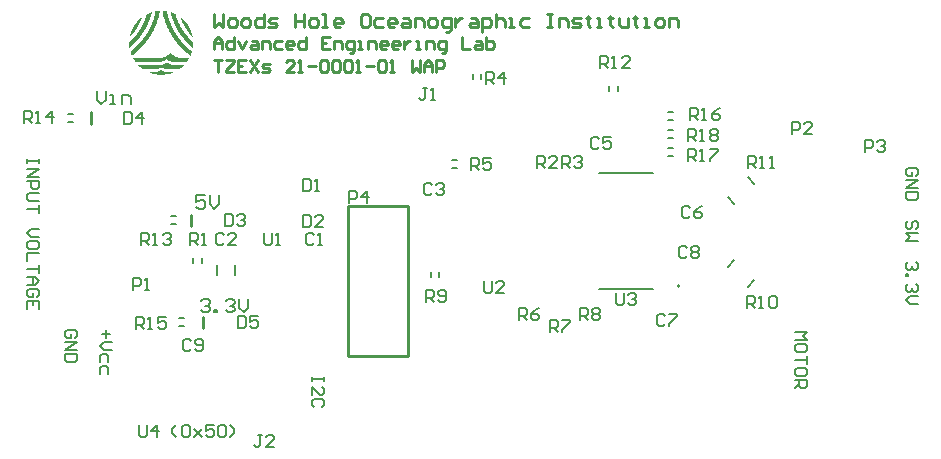
<source format=gto>
G04*
G04 #@! TF.GenerationSoftware,Altium Limited,CircuitStudio,1.5.2 (30)*
G04*
G04 Layer_Color=15065295*
%FSLAX25Y25*%
%MOIN*%
G70*
G01*
G75*
%ADD10C,0.01000*%
%ADD48C,0.00787*%
%ADD49C,0.00500*%
%ADD50C,0.00800*%
G36*
X238861Y532461D02*
X238955D01*
Y532367D01*
X239050D01*
Y532272D01*
X239144D01*
Y532178D01*
X239239D01*
Y532083D01*
X239333D01*
Y531989D01*
X239428D01*
Y531894D01*
X239522D01*
Y531800D01*
X239617D01*
Y531706D01*
X239711D01*
Y531611D01*
X239900D01*
Y531517D01*
X239994D01*
Y531422D01*
X240183D01*
Y531328D01*
X240278D01*
Y531233D01*
X240561D01*
Y531139D01*
X240750D01*
Y531044D01*
X241033D01*
Y530950D01*
X241411D01*
Y530856D01*
X245094D01*
Y530761D01*
Y530667D01*
Y530572D01*
X245000D01*
Y530478D01*
Y530383D01*
X244905D01*
Y530289D01*
X244811D01*
Y530194D01*
Y530100D01*
X244717D01*
Y530006D01*
Y529911D01*
X244622D01*
Y529817D01*
X244528D01*
Y529722D01*
X244433D01*
Y529628D01*
Y529533D01*
X244339D01*
Y529439D01*
X240278D01*
Y529533D01*
X239144D01*
Y529628D01*
X238861D01*
Y529722D01*
X238483D01*
Y529817D01*
X238294D01*
Y529911D01*
X238106D01*
Y530006D01*
X238011D01*
Y530100D01*
X237917D01*
Y530194D01*
X237728D01*
Y530289D01*
Y530383D01*
X237633D01*
Y530478D01*
X237539D01*
Y530383D01*
X237444D01*
Y530289D01*
Y530194D01*
X237256D01*
Y530100D01*
X237161D01*
Y530006D01*
X237067D01*
Y529911D01*
X236878D01*
Y529817D01*
X236689D01*
Y529722D01*
X236405D01*
Y529628D01*
X236122D01*
Y529533D01*
X234894D01*
Y529439D01*
X227150D01*
Y529533D01*
X227056D01*
Y529628D01*
Y529722D01*
X226961D01*
Y529817D01*
X226867D01*
Y529911D01*
Y530006D01*
X226772D01*
Y530100D01*
X226678D01*
Y530194D01*
Y530289D01*
X226583D01*
Y530383D01*
X226489D01*
Y530478D01*
Y530572D01*
X226394D01*
Y530667D01*
Y530761D01*
X226300D01*
Y530856D01*
X236311D01*
Y530950D01*
X236594D01*
Y531044D01*
X236972D01*
Y531139D01*
X237161D01*
Y531233D01*
X237350D01*
Y531328D01*
X237539D01*
Y531422D01*
X237728D01*
Y531517D01*
X237822D01*
Y531611D01*
X237917D01*
Y531706D01*
X238106D01*
Y531800D01*
X238200D01*
Y531894D01*
X238294D01*
Y531989D01*
X238389D01*
Y532083D01*
X238483D01*
Y532178D01*
X238578D01*
Y532272D01*
X238672D01*
Y532367D01*
Y532461D01*
X238767D01*
Y532555D01*
X238861D01*
Y532461D01*
D02*
G37*
G36*
X235367Y546344D02*
Y546250D01*
X235272D01*
Y546156D01*
Y546061D01*
Y545967D01*
Y545872D01*
Y545778D01*
X235178D01*
Y545683D01*
Y545589D01*
Y545494D01*
Y545400D01*
Y545305D01*
X235083D01*
Y545211D01*
Y545117D01*
Y545022D01*
Y544928D01*
X234989D01*
Y544833D01*
Y544739D01*
Y544644D01*
X234894D01*
Y544550D01*
Y544455D01*
Y544361D01*
Y544267D01*
Y544172D01*
X234800D01*
Y544078D01*
Y543983D01*
X234705D01*
Y543889D01*
Y543794D01*
Y543700D01*
Y543606D01*
X234611D01*
Y543511D01*
Y543417D01*
Y543322D01*
X234517D01*
Y543228D01*
Y543133D01*
Y543039D01*
X234422D01*
Y542944D01*
Y542850D01*
Y542756D01*
X234328D01*
Y542661D01*
Y542567D01*
Y542472D01*
X234233D01*
Y542378D01*
Y542283D01*
Y542189D01*
X234139D01*
Y542094D01*
Y542000D01*
X234044D01*
Y541905D01*
Y541811D01*
Y541717D01*
X233950D01*
Y541622D01*
Y541528D01*
X233856D01*
Y541433D01*
Y541339D01*
X233761D01*
Y541244D01*
Y541150D01*
Y541055D01*
X233667D01*
Y540961D01*
Y540867D01*
X233572D01*
Y540772D01*
Y540678D01*
X233478D01*
Y540583D01*
Y540489D01*
X233383D01*
Y540394D01*
Y540300D01*
X233289D01*
Y540205D01*
Y540111D01*
X233194D01*
Y540017D01*
Y539922D01*
X233100D01*
Y539828D01*
Y539733D01*
X233005D01*
Y539639D01*
Y539544D01*
X232911D01*
Y539450D01*
Y539356D01*
X232817D01*
Y539261D01*
X232722D01*
Y539167D01*
Y539072D01*
X232628D01*
Y538978D01*
Y538883D01*
X232533D01*
Y538789D01*
Y538694D01*
X232439D01*
Y538600D01*
X232344D01*
Y538506D01*
Y538411D01*
X232250D01*
Y538317D01*
Y538222D01*
X232155D01*
Y538128D01*
X232061D01*
Y538033D01*
Y537939D01*
X231967D01*
Y537844D01*
X231872D01*
Y537750D01*
Y537655D01*
X231778D01*
Y537561D01*
X231683D01*
Y537467D01*
Y537372D01*
X231589D01*
Y537278D01*
Y537183D01*
X231494D01*
Y537089D01*
X231400D01*
Y536994D01*
X231306D01*
Y536900D01*
Y536805D01*
X231211D01*
Y536711D01*
X231117D01*
Y536617D01*
X231022D01*
Y536522D01*
Y536428D01*
X230928D01*
Y536333D01*
X230833D01*
Y536239D01*
X230739D01*
Y536144D01*
Y536050D01*
X230644D01*
Y535955D01*
X230550D01*
Y535861D01*
X230455D01*
Y535767D01*
X230361D01*
Y535672D01*
Y535578D01*
X230267D01*
Y535483D01*
X230172D01*
Y535389D01*
X230078D01*
Y535294D01*
X229983D01*
Y535200D01*
X229889D01*
Y535106D01*
Y535011D01*
X229794D01*
Y534917D01*
X229700D01*
Y534822D01*
X229606D01*
Y534728D01*
X229511D01*
Y534633D01*
X229417D01*
Y534539D01*
X229322D01*
Y534444D01*
X229228D01*
Y534350D01*
X229133D01*
Y534256D01*
X229039D01*
Y534161D01*
X228944D01*
Y534067D01*
X228850D01*
Y533972D01*
X228755D01*
Y533878D01*
X228661D01*
Y533783D01*
X228567D01*
Y533689D01*
X228472D01*
Y533594D01*
X228378D01*
Y533500D01*
X228283D01*
Y533405D01*
X228189D01*
Y533311D01*
X228094D01*
Y533217D01*
X228000D01*
Y533122D01*
X227906D01*
Y533028D01*
X227811D01*
Y532933D01*
X227717D01*
Y532839D01*
X227622D01*
Y532744D01*
X227433D01*
Y532650D01*
X227339D01*
Y532555D01*
X227244D01*
Y532461D01*
X227150D01*
Y532367D01*
X227056D01*
Y532272D01*
X226867D01*
Y532178D01*
X226772D01*
Y532083D01*
X226678D01*
Y531989D01*
X226583D01*
Y531894D01*
X226394D01*
Y531800D01*
X226300D01*
Y531706D01*
X226205D01*
Y531611D01*
X226111D01*
Y531517D01*
X225922D01*
Y531611D01*
Y531706D01*
X225828D01*
Y531800D01*
Y531894D01*
Y531989D01*
X225733D01*
Y532083D01*
Y532178D01*
X225639D01*
Y532272D01*
Y532367D01*
Y532461D01*
Y532555D01*
X225544D01*
Y532650D01*
Y532744D01*
X225450D01*
Y532839D01*
Y532933D01*
X225544D01*
Y533028D01*
X225639D01*
Y533122D01*
X225828D01*
Y533217D01*
X225922D01*
Y533311D01*
X226017D01*
Y533405D01*
X226205D01*
Y533500D01*
X226300D01*
Y533594D01*
X226394D01*
Y533689D01*
X226489D01*
Y533783D01*
X226583D01*
Y533878D01*
X226678D01*
Y533972D01*
X226772D01*
Y534067D01*
X226961D01*
Y534161D01*
X227056D01*
Y534256D01*
X227150D01*
Y534350D01*
X227244D01*
Y534444D01*
X227339D01*
Y534539D01*
X227433D01*
Y534633D01*
X227528D01*
Y534728D01*
X227622D01*
Y534822D01*
X227717D01*
Y534917D01*
X227811D01*
Y535011D01*
X227906D01*
Y535106D01*
X228000D01*
Y535200D01*
X228094D01*
Y535294D01*
X228189D01*
Y535389D01*
X228283D01*
Y535483D01*
X228378D01*
Y535578D01*
X228472D01*
Y535672D01*
Y535767D01*
X228661D01*
Y535861D01*
Y535955D01*
X228755D01*
Y536050D01*
X228850D01*
Y536144D01*
X228944D01*
Y536239D01*
X229039D01*
Y536333D01*
X229133D01*
Y536428D01*
X229228D01*
Y536522D01*
Y536617D01*
X229322D01*
Y536711D01*
X229417D01*
Y536805D01*
X229511D01*
Y536900D01*
X229606D01*
Y536994D01*
Y537089D01*
X229700D01*
Y537183D01*
X229794D01*
Y537278D01*
X229889D01*
Y537372D01*
Y537467D01*
X229983D01*
Y537561D01*
X230078D01*
Y537655D01*
X230172D01*
Y537750D01*
Y537844D01*
X230267D01*
Y537939D01*
X230361D01*
Y538033D01*
Y538128D01*
X230455D01*
Y538222D01*
X230550D01*
Y538317D01*
Y538411D01*
X230644D01*
Y538506D01*
X230739D01*
Y538600D01*
Y538694D01*
X230833D01*
Y538789D01*
X230928D01*
Y538883D01*
Y538978D01*
X231022D01*
Y539072D01*
Y539167D01*
X231117D01*
Y539261D01*
X231211D01*
Y539356D01*
Y539450D01*
X231306D01*
Y539544D01*
Y539639D01*
X231400D01*
Y539733D01*
X231494D01*
Y539828D01*
Y539922D01*
X231589D01*
Y540017D01*
Y540111D01*
X231683D01*
Y540205D01*
Y540300D01*
X231778D01*
Y540394D01*
Y540489D01*
X231872D01*
Y540583D01*
Y540678D01*
X231967D01*
Y540772D01*
Y540867D01*
X232061D01*
Y540961D01*
Y541055D01*
X232155D01*
Y541150D01*
Y541244D01*
X232250D01*
Y541339D01*
Y541433D01*
X232344D01*
Y541528D01*
Y541622D01*
Y541717D01*
X232439D01*
Y541811D01*
X232533D01*
Y541905D01*
Y542000D01*
Y542094D01*
X232628D01*
Y542189D01*
Y542283D01*
X232722D01*
Y542378D01*
Y542472D01*
Y542567D01*
X232817D01*
Y542661D01*
Y542756D01*
Y542850D01*
X232911D01*
Y542944D01*
Y543039D01*
X233005D01*
Y543133D01*
Y543228D01*
Y543322D01*
X233100D01*
Y543417D01*
Y543511D01*
X233194D01*
Y543606D01*
Y543700D01*
Y543794D01*
Y543889D01*
X233289D01*
Y543983D01*
Y544078D01*
Y544172D01*
X233383D01*
Y544267D01*
Y544361D01*
Y544455D01*
X233478D01*
Y544550D01*
Y544644D01*
Y544739D01*
Y544833D01*
Y544928D01*
X233572D01*
Y545022D01*
Y545117D01*
Y545211D01*
X233667D01*
Y545305D01*
Y545400D01*
Y545494D01*
Y545589D01*
Y545683D01*
X233761D01*
Y545778D01*
Y545872D01*
Y545967D01*
X233856D01*
Y546061D01*
Y546156D01*
Y546250D01*
Y546344D01*
X234139D01*
Y546439D01*
X235367D01*
Y546344D01*
D02*
G37*
G36*
X235933Y526606D02*
X236028D01*
Y526511D01*
X236311D01*
Y526417D01*
X236500D01*
Y526322D01*
X236689D01*
Y526228D01*
X237161D01*
Y526133D01*
X237539D01*
Y526039D01*
X238861D01*
Y525944D01*
X239617D01*
Y525850D01*
X239428D01*
Y525756D01*
X239239D01*
Y525661D01*
X238861D01*
Y525567D01*
X238578D01*
Y525472D01*
X238200D01*
Y525378D01*
X237633D01*
Y525283D01*
X237161D01*
Y525189D01*
X234328D01*
Y525283D01*
X233856D01*
Y525378D01*
X233289D01*
Y525472D01*
X232911D01*
Y525567D01*
X232628D01*
Y525661D01*
X232250D01*
Y525756D01*
X232061D01*
Y525850D01*
X231872D01*
Y525944D01*
X232628D01*
Y526039D01*
X233950D01*
Y526133D01*
X234328D01*
Y526228D01*
X234800D01*
Y526322D01*
X234989D01*
Y526417D01*
X235178D01*
Y526511D01*
X235461D01*
Y526606D01*
X235556D01*
Y526700D01*
X235933D01*
Y526606D01*
D02*
G37*
G36*
X237728Y529250D02*
Y529155D01*
X237917D01*
Y529061D01*
X238011D01*
Y528967D01*
X238200D01*
Y528872D01*
X238389D01*
Y528778D01*
X238578D01*
Y528683D01*
X238861D01*
Y528589D01*
X239239D01*
Y528494D01*
X239617D01*
Y528400D01*
X243205D01*
Y528305D01*
X243300D01*
Y528211D01*
X243205D01*
Y528117D01*
X243111D01*
Y528022D01*
X242922D01*
Y527928D01*
Y527833D01*
X242733D01*
Y527739D01*
X242639D01*
Y527644D01*
X242544D01*
Y527550D01*
X242450D01*
Y527456D01*
X242355D01*
Y527361D01*
X242167D01*
Y527267D01*
X242072D01*
Y527172D01*
X241883D01*
Y527078D01*
X241789D01*
Y526983D01*
X237822D01*
Y527078D01*
X237350D01*
Y527172D01*
X236783D01*
Y527267D01*
X236594D01*
Y527361D01*
X236311D01*
Y527456D01*
X236122D01*
Y527550D01*
X235839D01*
Y527644D01*
X235556D01*
Y527550D01*
X235367D01*
Y527456D01*
X235178D01*
Y527361D01*
X234894D01*
Y527267D01*
X234705D01*
Y527172D01*
X234139D01*
Y527078D01*
X233667D01*
Y526983D01*
X229700D01*
Y527078D01*
X229511D01*
Y527172D01*
X229417D01*
Y527267D01*
X229322D01*
Y527361D01*
X229133D01*
Y527456D01*
X229039D01*
Y527550D01*
X228944D01*
Y527644D01*
X228850D01*
Y527739D01*
X228755D01*
Y527833D01*
X228567D01*
Y527928D01*
X228472D01*
Y528022D01*
X228378D01*
Y528117D01*
X228283D01*
Y528211D01*
X228189D01*
Y528305D01*
Y528400D01*
X235556D01*
Y528494D01*
X235933D01*
Y528589D01*
X236311D01*
Y528683D01*
X236594D01*
Y528778D01*
X236783D01*
Y528872D01*
X236972D01*
Y528967D01*
X237161D01*
Y529061D01*
X237256D01*
Y529155D01*
X237350D01*
Y529250D01*
X237539D01*
Y529344D01*
X237728D01*
Y529250D01*
D02*
G37*
G36*
X237350Y546344D02*
X237633D01*
Y546250D01*
Y546156D01*
Y546061D01*
X237728D01*
Y545967D01*
Y545872D01*
Y545778D01*
Y545683D01*
Y545589D01*
Y545494D01*
X237822D01*
Y545400D01*
Y545305D01*
X237917D01*
Y545211D01*
Y545117D01*
Y545022D01*
Y544928D01*
Y544833D01*
X238011D01*
Y544739D01*
Y544644D01*
Y544550D01*
X238106D01*
Y544455D01*
Y544361D01*
Y544267D01*
Y544172D01*
X238200D01*
Y544078D01*
Y543983D01*
Y543889D01*
X238294D01*
Y543794D01*
Y543700D01*
Y543606D01*
X238389D01*
Y543511D01*
Y543417D01*
Y543322D01*
X238483D01*
Y543228D01*
Y543133D01*
X238578D01*
Y543039D01*
Y542944D01*
Y542850D01*
Y542756D01*
X238672D01*
Y542661D01*
Y542567D01*
X238767D01*
Y542472D01*
Y542378D01*
Y542283D01*
X238861D01*
Y542189D01*
Y542094D01*
X238955D01*
Y542000D01*
Y541905D01*
X239050D01*
Y541811D01*
Y541717D01*
Y541622D01*
X239144D01*
Y541528D01*
Y541433D01*
X239239D01*
Y541339D01*
Y541244D01*
X239333D01*
Y541150D01*
Y541055D01*
X239428D01*
Y540961D01*
Y540867D01*
X239522D01*
Y540772D01*
Y540678D01*
X239617D01*
Y540583D01*
Y540489D01*
X239711D01*
Y540394D01*
Y540300D01*
X239806D01*
Y540205D01*
Y540111D01*
X239900D01*
Y540017D01*
Y539922D01*
X239994D01*
Y539828D01*
X240089D01*
Y539733D01*
Y539639D01*
X240183D01*
Y539544D01*
Y539450D01*
X240278D01*
Y539356D01*
Y539261D01*
X240372D01*
Y539167D01*
Y539072D01*
X240467D01*
Y538978D01*
X240561D01*
Y538883D01*
Y538789D01*
X240655D01*
Y538694D01*
X240750D01*
Y538600D01*
Y538506D01*
X240844D01*
Y538411D01*
X240939D01*
Y538317D01*
Y538222D01*
X241033D01*
Y538128D01*
X241128D01*
Y538033D01*
Y537939D01*
X241222D01*
Y537844D01*
X241317D01*
Y537750D01*
X241411D01*
Y537655D01*
Y537561D01*
X241506D01*
Y537467D01*
X241600D01*
Y537372D01*
Y537278D01*
X241694D01*
Y537183D01*
X241789D01*
Y537089D01*
X241883D01*
Y536994D01*
Y536900D01*
X241978D01*
Y536805D01*
X242072D01*
Y536711D01*
X242167D01*
Y536617D01*
X242261D01*
Y536522D01*
Y536428D01*
X242355D01*
Y536333D01*
X242450D01*
Y536239D01*
X242544D01*
Y536144D01*
X242639D01*
Y536050D01*
X242733D01*
Y535955D01*
X242828D01*
Y535861D01*
X242922D01*
Y535767D01*
Y535672D01*
X243017D01*
Y535578D01*
X243111D01*
Y535483D01*
X243205D01*
Y535389D01*
X243300D01*
Y535294D01*
X243394D01*
Y535200D01*
X243489D01*
Y535106D01*
X243583D01*
Y535011D01*
X243678D01*
Y534917D01*
X243772D01*
Y534822D01*
X243867D01*
Y534728D01*
X243961D01*
Y534633D01*
X244056D01*
Y534539D01*
X244150D01*
Y534444D01*
X244244D01*
Y534350D01*
X244339D01*
Y534256D01*
X244433D01*
Y534161D01*
X244528D01*
Y534067D01*
X244717D01*
Y533972D01*
X244811D01*
Y533878D01*
X244905D01*
Y533783D01*
X245000D01*
Y533689D01*
X245094D01*
Y533594D01*
X245283D01*
Y533500D01*
Y533405D01*
X245472D01*
Y533311D01*
X245567D01*
Y533217D01*
X245661D01*
Y533122D01*
X245756D01*
Y533028D01*
X245944D01*
Y532933D01*
X246039D01*
Y532839D01*
X245944D01*
Y532744D01*
Y532650D01*
Y532555D01*
Y532461D01*
X245850D01*
Y532367D01*
Y532272D01*
X245756D01*
Y532178D01*
Y532083D01*
Y531989D01*
X245661D01*
Y531894D01*
Y531800D01*
X245567D01*
Y531706D01*
Y531611D01*
Y531517D01*
X245378D01*
Y531611D01*
X245283D01*
Y531706D01*
X245189D01*
Y531800D01*
X245094D01*
Y531894D01*
X244905D01*
Y531989D01*
X244811D01*
Y532083D01*
X244717D01*
Y532178D01*
X244622D01*
Y532272D01*
X244433D01*
Y532367D01*
X244339D01*
Y532461D01*
X244244D01*
Y532555D01*
X244150D01*
Y532650D01*
X244056D01*
Y532744D01*
X243867D01*
Y532839D01*
X243772D01*
Y532933D01*
X243678D01*
Y533028D01*
X243583D01*
Y533122D01*
X243489D01*
Y533217D01*
X243394D01*
Y533311D01*
X243300D01*
Y533405D01*
X243205D01*
Y533500D01*
X243111D01*
Y533594D01*
X243017D01*
Y533689D01*
X242922D01*
Y533783D01*
X242828D01*
Y533878D01*
X242733D01*
Y533972D01*
X242639D01*
Y534067D01*
X242544D01*
Y534161D01*
X242450D01*
Y534256D01*
X242355D01*
Y534350D01*
X242261D01*
Y534444D01*
X242167D01*
Y534539D01*
X242072D01*
Y534633D01*
X241978D01*
Y534728D01*
X241883D01*
Y534822D01*
X241789D01*
Y534917D01*
X241694D01*
Y535011D01*
X241600D01*
Y535106D01*
Y535200D01*
X241506D01*
Y535294D01*
X241411D01*
Y535389D01*
X241317D01*
Y535483D01*
X241222D01*
Y535578D01*
X241128D01*
Y535672D01*
X241033D01*
Y535767D01*
Y535861D01*
X240939D01*
Y535955D01*
X240844D01*
Y536050D01*
X240750D01*
Y536144D01*
Y536239D01*
X240655D01*
Y536333D01*
X240561D01*
Y536428D01*
X240467D01*
Y536522D01*
X240372D01*
Y536617D01*
Y536711D01*
X240278D01*
Y536805D01*
X240183D01*
Y536900D01*
Y536994D01*
X240089D01*
Y537089D01*
X239994D01*
Y537183D01*
X239900D01*
Y537278D01*
Y537372D01*
X239806D01*
Y537467D01*
X239711D01*
Y537561D01*
Y537655D01*
X239617D01*
Y537750D01*
X239522D01*
Y537844D01*
Y537939D01*
X239428D01*
Y538033D01*
Y538128D01*
X239333D01*
Y538222D01*
X239239D01*
Y538317D01*
Y538411D01*
X239144D01*
Y538506D01*
X239050D01*
Y538600D01*
Y538694D01*
X238955D01*
Y538789D01*
Y538883D01*
X238861D01*
Y538978D01*
Y539072D01*
X238767D01*
Y539167D01*
X238672D01*
Y539261D01*
Y539356D01*
X238578D01*
Y539450D01*
Y539544D01*
X238483D01*
Y539639D01*
Y539733D01*
X238389D01*
Y539828D01*
Y539922D01*
X238294D01*
Y540017D01*
Y540111D01*
X238200D01*
Y540205D01*
Y540300D01*
X238106D01*
Y540394D01*
Y540489D01*
X238011D01*
Y540583D01*
Y540678D01*
X237917D01*
Y540772D01*
Y540867D01*
X237822D01*
Y540961D01*
Y541055D01*
X237728D01*
Y541150D01*
Y541244D01*
Y541339D01*
X237633D01*
Y541433D01*
Y541528D01*
X237539D01*
Y541622D01*
Y541717D01*
Y541811D01*
X237444D01*
Y541905D01*
Y542000D01*
X237350D01*
Y542094D01*
Y542189D01*
Y542283D01*
X237256D01*
Y542378D01*
Y542472D01*
X237161D01*
Y542567D01*
Y542661D01*
Y542756D01*
X237067D01*
Y542850D01*
Y542944D01*
Y543039D01*
X236972D01*
Y543133D01*
Y543228D01*
Y543322D01*
X236878D01*
Y543417D01*
Y543511D01*
Y543606D01*
Y543700D01*
X236783D01*
Y543794D01*
Y543889D01*
X236689D01*
Y543983D01*
Y544078D01*
Y544172D01*
Y544267D01*
X236594D01*
Y544361D01*
Y544455D01*
Y544550D01*
X236500D01*
Y544644D01*
Y544739D01*
Y544833D01*
Y544928D01*
X236405D01*
Y545022D01*
Y545117D01*
Y545211D01*
Y545305D01*
X236311D01*
Y545400D01*
Y545494D01*
Y545589D01*
Y545683D01*
Y545778D01*
X236217D01*
Y545872D01*
Y545967D01*
Y546061D01*
Y546156D01*
Y546250D01*
Y546344D01*
X236122D01*
Y546439D01*
X237350D01*
Y546344D01*
D02*
G37*
G36*
X242355Y544172D02*
X242450D01*
Y544078D01*
X242544D01*
Y543983D01*
X242733D01*
Y543889D01*
X242828D01*
Y543794D01*
X242922D01*
Y543700D01*
X243017D01*
Y543606D01*
X243111D01*
Y543511D01*
X243205D01*
Y543417D01*
X243300D01*
Y543322D01*
X243394D01*
Y543228D01*
X243489D01*
Y543133D01*
X243583D01*
Y543039D01*
X243678D01*
Y542944D01*
X243772D01*
Y542850D01*
Y542756D01*
X243867D01*
Y542661D01*
X243961D01*
Y542567D01*
X244056D01*
Y542472D01*
X244150D01*
Y542378D01*
X244244D01*
Y542283D01*
Y542189D01*
X244339D01*
Y542094D01*
X244433D01*
Y542000D01*
X244528D01*
Y541905D01*
Y541811D01*
X244622D01*
Y541717D01*
X244717D01*
Y541622D01*
Y541528D01*
X244811D01*
Y541433D01*
X244905D01*
Y541339D01*
Y541244D01*
X245000D01*
Y541150D01*
Y541055D01*
X245094D01*
Y540961D01*
Y540867D01*
X245189D01*
Y540772D01*
X245283D01*
Y540678D01*
Y540583D01*
Y540489D01*
X245378D01*
Y540394D01*
X245472D01*
Y540300D01*
Y540205D01*
Y540111D01*
X245567D01*
Y540017D01*
Y539922D01*
X245661D01*
Y539828D01*
Y539733D01*
X245756D01*
Y539639D01*
Y539544D01*
Y539450D01*
Y539356D01*
X245850D01*
Y539261D01*
Y539167D01*
X245944D01*
Y539072D01*
Y538978D01*
Y538883D01*
Y538789D01*
X246039D01*
Y538694D01*
Y538600D01*
X246133D01*
Y538506D01*
Y538411D01*
Y538317D01*
Y538222D01*
Y538128D01*
X246228D01*
Y538033D01*
Y537939D01*
Y537844D01*
X246133D01*
Y537939D01*
X246039D01*
Y538033D01*
X245944D01*
Y538128D01*
X245850D01*
Y538222D01*
X245756D01*
Y538317D01*
X245661D01*
Y538411D01*
X245567D01*
Y538506D01*
Y538600D01*
X245472D01*
Y538694D01*
X245378D01*
Y538789D01*
X245283D01*
Y538883D01*
X245189D01*
Y538978D01*
X245094D01*
Y539072D01*
X245000D01*
Y539167D01*
Y539261D01*
X244905D01*
Y539356D01*
X244811D01*
Y539450D01*
X244717D01*
Y539544D01*
Y539639D01*
X244622D01*
Y539733D01*
X244528D01*
Y539828D01*
X244433D01*
Y539922D01*
Y540017D01*
X244339D01*
Y540111D01*
X244244D01*
Y540205D01*
Y540300D01*
X244150D01*
Y540394D01*
X244056D01*
Y540489D01*
Y540583D01*
X243961D01*
Y540678D01*
X243867D01*
Y540772D01*
Y540867D01*
X243772D01*
Y540961D01*
X243678D01*
Y541055D01*
Y541150D01*
X243583D01*
Y541244D01*
Y541339D01*
X243489D01*
Y541433D01*
X243394D01*
Y541528D01*
Y541622D01*
X243300D01*
Y541717D01*
Y541811D01*
X243205D01*
Y541905D01*
Y542000D01*
X243111D01*
Y542094D01*
X243017D01*
Y542189D01*
Y542283D01*
X242922D01*
Y542378D01*
Y542472D01*
Y542567D01*
X242828D01*
Y542661D01*
X242733D01*
Y542756D01*
Y542850D01*
Y542944D01*
X242639D01*
Y543039D01*
Y543133D01*
X242544D01*
Y543228D01*
Y543322D01*
X242450D01*
Y543417D01*
Y543511D01*
X242355D01*
Y543606D01*
Y543700D01*
Y543794D01*
X242261D01*
Y543889D01*
Y543983D01*
Y544078D01*
X242167D01*
Y544172D01*
Y544267D01*
X242355D01*
Y544172D01*
D02*
G37*
G36*
X229322D02*
Y544078D01*
Y543983D01*
X229228D01*
Y543889D01*
Y543794D01*
Y543700D01*
X229133D01*
Y543606D01*
X229039D01*
Y543511D01*
Y543417D01*
Y543322D01*
X228944D01*
Y543228D01*
Y543133D01*
X228850D01*
Y543039D01*
Y542944D01*
Y542850D01*
X228755D01*
Y542756D01*
X228661D01*
Y542661D01*
Y542567D01*
Y542472D01*
X228567D01*
Y542378D01*
Y542283D01*
X228472D01*
Y542189D01*
Y542094D01*
X228378D01*
Y542000D01*
Y541905D01*
X228283D01*
Y541811D01*
X228189D01*
Y541717D01*
Y541622D01*
X228094D01*
Y541528D01*
Y541433D01*
X228000D01*
Y541339D01*
Y541244D01*
X227906D01*
Y541150D01*
X227811D01*
Y541055D01*
Y540961D01*
X227717D01*
Y540867D01*
X227622D01*
Y540772D01*
Y540678D01*
X227528D01*
Y540583D01*
Y540489D01*
X227433D01*
Y540394D01*
X227339D01*
Y540300D01*
Y540205D01*
X227244D01*
Y540111D01*
X227150D01*
Y540017D01*
X227056D01*
Y539922D01*
Y539828D01*
X226961D01*
Y539733D01*
X226867D01*
Y539639D01*
Y539544D01*
X226772D01*
Y539450D01*
X226678D01*
Y539356D01*
X226583D01*
Y539261D01*
X226489D01*
Y539167D01*
Y539072D01*
X226394D01*
Y538978D01*
X226300D01*
Y538883D01*
X226205D01*
Y538789D01*
X226111D01*
Y538694D01*
X226017D01*
Y538600D01*
Y538506D01*
X225922D01*
Y538411D01*
X225828D01*
Y538317D01*
X225733D01*
Y538222D01*
X225639D01*
Y538128D01*
X225544D01*
Y538033D01*
X225450D01*
Y537939D01*
X225261D01*
Y538033D01*
X225356D01*
Y538128D01*
Y538222D01*
Y538317D01*
Y538411D01*
Y538506D01*
X225450D01*
Y538600D01*
Y538694D01*
Y538789D01*
Y538883D01*
X225544D01*
Y538978D01*
Y539072D01*
Y539167D01*
X225639D01*
Y539261D01*
Y539356D01*
Y539450D01*
X225733D01*
Y539544D01*
Y539639D01*
X225828D01*
Y539733D01*
Y539828D01*
Y539922D01*
X225922D01*
Y540017D01*
Y540111D01*
X226017D01*
Y540205D01*
Y540300D01*
X226111D01*
Y540394D01*
Y540489D01*
Y540583D01*
X226205D01*
Y540678D01*
X226300D01*
Y540772D01*
Y540867D01*
Y540961D01*
X226394D01*
Y541055D01*
X226489D01*
Y541150D01*
Y541244D01*
X226583D01*
Y541339D01*
X226678D01*
Y541433D01*
Y541528D01*
X226772D01*
Y541622D01*
Y541717D01*
X226867D01*
Y541811D01*
X226961D01*
Y541905D01*
Y542000D01*
X227056D01*
Y542094D01*
X227150D01*
Y542189D01*
X227244D01*
Y542283D01*
X227339D01*
Y542378D01*
Y542472D01*
X227433D01*
Y542567D01*
X227528D01*
Y542661D01*
X227622D01*
Y542756D01*
X227717D01*
Y542850D01*
Y542944D01*
X227811D01*
Y543039D01*
X227906D01*
Y543133D01*
X228000D01*
Y543228D01*
X228094D01*
Y543322D01*
X228189D01*
Y543417D01*
X228283D01*
Y543511D01*
X228378D01*
Y543606D01*
X228472D01*
Y543700D01*
X228567D01*
Y543794D01*
X228661D01*
Y543889D01*
X228850D01*
Y543983D01*
X228944D01*
Y544078D01*
X229039D01*
Y544172D01*
X229133D01*
Y544267D01*
X229322D01*
Y544172D01*
D02*
G37*
G36*
X232533Y545872D02*
Y545778D01*
Y545683D01*
Y545589D01*
Y545494D01*
X232439D01*
Y545400D01*
Y545305D01*
Y545211D01*
X232344D01*
Y545117D01*
Y545022D01*
Y544928D01*
Y544833D01*
X232250D01*
Y544739D01*
Y544644D01*
Y544550D01*
Y544455D01*
X232155D01*
Y544361D01*
Y544267D01*
X232061D01*
Y544172D01*
Y544078D01*
Y543983D01*
Y543889D01*
X231967D01*
Y543794D01*
Y543700D01*
X231872D01*
Y543606D01*
Y543511D01*
Y543417D01*
X231778D01*
Y543322D01*
Y543228D01*
X231683D01*
Y543133D01*
Y543039D01*
Y542944D01*
X231589D01*
Y542850D01*
Y542756D01*
X231494D01*
Y542661D01*
Y542567D01*
Y542472D01*
X231400D01*
Y542378D01*
Y542283D01*
Y542189D01*
X231306D01*
Y542094D01*
Y542000D01*
X231211D01*
Y541905D01*
Y541811D01*
X231117D01*
Y541717D01*
Y541622D01*
X231022D01*
Y541528D01*
Y541433D01*
X230928D01*
Y541339D01*
Y541244D01*
X230833D01*
Y541150D01*
Y541055D01*
X230739D01*
Y540961D01*
Y540867D01*
X230644D01*
Y540772D01*
Y540678D01*
X230550D01*
Y540583D01*
Y540489D01*
X230455D01*
Y540394D01*
X230361D01*
Y540300D01*
Y540205D01*
X230267D01*
Y540111D01*
Y540017D01*
X230172D01*
Y539922D01*
Y539828D01*
X230078D01*
Y539733D01*
X229983D01*
Y539639D01*
Y539544D01*
X229889D01*
Y539450D01*
Y539356D01*
X229794D01*
Y539261D01*
X229700D01*
Y539167D01*
Y539072D01*
X229606D01*
Y538978D01*
X229511D01*
Y538883D01*
Y538789D01*
X229417D01*
Y538694D01*
X229322D01*
Y538600D01*
Y538506D01*
X229228D01*
Y538411D01*
X229133D01*
Y538317D01*
X229039D01*
Y538222D01*
Y538128D01*
X228944D01*
Y538033D01*
X228850D01*
Y537939D01*
X228755D01*
Y537844D01*
Y537750D01*
X228661D01*
Y537655D01*
X228567D01*
Y537561D01*
X228472D01*
Y537467D01*
X228378D01*
Y537372D01*
Y537278D01*
X228283D01*
Y537183D01*
X228189D01*
Y537089D01*
X228094D01*
Y536994D01*
X228000D01*
Y536900D01*
X227906D01*
Y536805D01*
Y536711D01*
X227811D01*
Y536617D01*
X227717D01*
Y536522D01*
X227622D01*
Y536428D01*
X227528D01*
Y536333D01*
X227433D01*
Y536239D01*
X227339D01*
Y536144D01*
X227244D01*
Y536050D01*
X227150D01*
Y535955D01*
X227056D01*
Y535861D01*
X226961D01*
Y535767D01*
X226867D01*
Y535672D01*
X226772D01*
Y535578D01*
X226678D01*
Y535483D01*
X226583D01*
Y535389D01*
X226489D01*
Y535294D01*
X226394D01*
Y535200D01*
X226300D01*
Y535106D01*
X226205D01*
Y535011D01*
X226111D01*
Y534917D01*
X226017D01*
Y534822D01*
X225922D01*
Y534728D01*
X225733D01*
Y534633D01*
X225639D01*
Y534539D01*
X225544D01*
Y534444D01*
X225450D01*
Y534350D01*
X225356D01*
Y534256D01*
X225167D01*
Y534350D01*
Y534444D01*
Y534539D01*
Y534633D01*
Y534728D01*
Y534822D01*
Y534917D01*
Y535011D01*
Y535106D01*
Y535200D01*
Y535294D01*
Y535389D01*
Y535483D01*
Y535578D01*
Y535672D01*
Y535767D01*
Y535861D01*
Y535955D01*
Y536050D01*
X225261D01*
Y536144D01*
X225356D01*
Y536239D01*
X225450D01*
Y536333D01*
X225544D01*
Y536428D01*
X225639D01*
Y536522D01*
X225733D01*
Y536617D01*
X225828D01*
Y536711D01*
X225922D01*
Y536805D01*
X226017D01*
Y536900D01*
X226111D01*
Y536994D01*
X226205D01*
Y537089D01*
X226300D01*
Y537183D01*
X226394D01*
Y537278D01*
X226489D01*
Y537372D01*
Y537467D01*
X226678D01*
Y537561D01*
Y537655D01*
X226772D01*
Y537750D01*
X226867D01*
Y537844D01*
X226961D01*
Y537939D01*
X227056D01*
Y538033D01*
X227150D01*
Y538128D01*
Y538222D01*
X227244D01*
Y538317D01*
X227339D01*
Y538411D01*
X227433D01*
Y538506D01*
X227528D01*
Y538600D01*
Y538694D01*
X227622D01*
Y538789D01*
X227717D01*
Y538883D01*
X227811D01*
Y538978D01*
Y539072D01*
X227906D01*
Y539167D01*
X228000D01*
Y539261D01*
X228094D01*
Y539356D01*
Y539450D01*
X228189D01*
Y539544D01*
X228283D01*
Y539639D01*
Y539733D01*
X228378D01*
Y539828D01*
X228472D01*
Y539922D01*
Y540017D01*
X228567D01*
Y540111D01*
X228661D01*
Y540205D01*
Y540300D01*
X228755D01*
Y540394D01*
X228850D01*
Y540489D01*
Y540583D01*
X228944D01*
Y540678D01*
Y540772D01*
X229039D01*
Y540867D01*
X229133D01*
Y540961D01*
Y541055D01*
X229228D01*
Y541150D01*
Y541244D01*
X229322D01*
Y541339D01*
Y541433D01*
X229417D01*
Y541528D01*
X229511D01*
Y541622D01*
Y541717D01*
Y541811D01*
X229606D01*
Y541905D01*
X229700D01*
Y542000D01*
Y542094D01*
Y542189D01*
X229794D01*
Y542283D01*
Y542378D01*
X229889D01*
Y542472D01*
Y542567D01*
X229983D01*
Y542661D01*
Y542756D01*
X230078D01*
Y542850D01*
Y542944D01*
X230172D01*
Y543039D01*
Y543133D01*
Y543228D01*
X230267D01*
Y543322D01*
Y543417D01*
X230361D01*
Y543511D01*
Y543606D01*
Y543700D01*
X230455D01*
Y543794D01*
Y543889D01*
Y543983D01*
X230550D01*
Y544078D01*
Y544172D01*
X230644D01*
Y544267D01*
Y544361D01*
Y544455D01*
Y544550D01*
X230739D01*
Y544644D01*
Y544739D01*
X230833D01*
Y544833D01*
Y544928D01*
Y545022D01*
Y545117D01*
X230928D01*
Y545211D01*
Y545305D01*
Y545400D01*
X231117D01*
Y545494D01*
X231306D01*
Y545589D01*
X231589D01*
Y545683D01*
X231778D01*
Y545778D01*
X232061D01*
Y545872D01*
X232250D01*
Y545967D01*
X232533D01*
Y545872D01*
D02*
G37*
G36*
X239239D02*
X239428D01*
Y545778D01*
X239711D01*
Y545683D01*
X239900D01*
Y545589D01*
X240183D01*
Y545494D01*
X240372D01*
Y545400D01*
X240561D01*
Y545305D01*
Y545211D01*
Y545117D01*
Y545022D01*
X240655D01*
Y544928D01*
Y544833D01*
X240750D01*
Y544739D01*
Y544644D01*
Y544550D01*
Y544455D01*
X240844D01*
Y544361D01*
Y544267D01*
X240939D01*
Y544172D01*
Y544078D01*
Y543983D01*
X241033D01*
Y543889D01*
Y543794D01*
Y543700D01*
X241128D01*
Y543606D01*
Y543511D01*
X241222D01*
Y543417D01*
Y543322D01*
Y543228D01*
X241317D01*
Y543133D01*
Y543039D01*
X241411D01*
Y542944D01*
Y542850D01*
Y542756D01*
X241506D01*
Y542661D01*
Y542567D01*
X241600D01*
Y542472D01*
Y542378D01*
X241694D01*
Y542283D01*
Y542189D01*
X241789D01*
Y542094D01*
Y542000D01*
X241883D01*
Y541905D01*
Y541811D01*
Y541717D01*
X241978D01*
Y541622D01*
X242072D01*
Y541528D01*
Y541433D01*
X242167D01*
Y541339D01*
Y541244D01*
X242261D01*
Y541150D01*
Y541055D01*
X242355D01*
Y540961D01*
X242450D01*
Y540867D01*
Y540772D01*
X242544D01*
Y540678D01*
Y540583D01*
X242639D01*
Y540489D01*
Y540394D01*
X242733D01*
Y540300D01*
X242828D01*
Y540205D01*
Y540111D01*
X242922D01*
Y540017D01*
Y539922D01*
X243017D01*
Y539828D01*
X243111D01*
Y539733D01*
X243205D01*
Y539639D01*
Y539544D01*
X243300D01*
Y539450D01*
X243394D01*
Y539356D01*
Y539261D01*
X243489D01*
Y539167D01*
X243583D01*
Y539072D01*
Y538978D01*
X243678D01*
Y538883D01*
X243772D01*
Y538789D01*
X243867D01*
Y538694D01*
Y538600D01*
X243961D01*
Y538506D01*
X244056D01*
Y538411D01*
X244150D01*
Y538317D01*
X244244D01*
Y538222D01*
Y538128D01*
X244339D01*
Y538033D01*
X244433D01*
Y537939D01*
X244528D01*
Y537844D01*
X244622D01*
Y537750D01*
X244717D01*
Y537655D01*
X244811D01*
Y537561D01*
X244905D01*
Y537467D01*
Y537372D01*
X245000D01*
Y537278D01*
X245094D01*
Y537183D01*
X245189D01*
Y537089D01*
X245283D01*
Y536994D01*
X245378D01*
Y536900D01*
X245472D01*
Y536805D01*
X245567D01*
Y536711D01*
X245661D01*
Y536617D01*
X245756D01*
Y536522D01*
X245850D01*
Y536428D01*
X245944D01*
Y536333D01*
X246039D01*
Y536239D01*
X246133D01*
Y536144D01*
X246228D01*
Y536050D01*
X246417D01*
Y535955D01*
Y535861D01*
Y535767D01*
Y535672D01*
Y535578D01*
Y535483D01*
Y535389D01*
Y535294D01*
Y535200D01*
Y535106D01*
Y535011D01*
Y534917D01*
Y534822D01*
Y534728D01*
Y534633D01*
X246322D01*
Y534539D01*
Y534444D01*
Y534350D01*
Y534256D01*
X246133D01*
Y534350D01*
X246039D01*
Y534444D01*
X245944D01*
Y534539D01*
X245850D01*
Y534633D01*
X245756D01*
Y534728D01*
X245567D01*
Y534822D01*
X245472D01*
Y534917D01*
X245378D01*
Y535011D01*
X245283D01*
Y535106D01*
X245189D01*
Y535200D01*
X245094D01*
Y535294D01*
X245000D01*
Y535389D01*
X244905D01*
Y535483D01*
X244811D01*
Y535578D01*
X244717D01*
Y535672D01*
X244622D01*
Y535767D01*
X244528D01*
Y535861D01*
X244433D01*
Y535955D01*
X244339D01*
Y536050D01*
X244244D01*
Y536144D01*
X244150D01*
Y536239D01*
X244056D01*
Y536333D01*
X243961D01*
Y536428D01*
X243867D01*
Y536522D01*
X243772D01*
Y536617D01*
X243678D01*
Y536711D01*
X243583D01*
Y536805D01*
Y536900D01*
X243489D01*
Y536994D01*
X243394D01*
Y537089D01*
X243300D01*
Y537183D01*
X243205D01*
Y537278D01*
X243111D01*
Y537372D01*
X243017D01*
Y537467D01*
Y537561D01*
X242922D01*
Y537655D01*
X242828D01*
Y537750D01*
X242733D01*
Y537844D01*
Y537939D01*
X242639D01*
Y538033D01*
X242544D01*
Y538128D01*
X242450D01*
Y538222D01*
Y538317D01*
X242355D01*
Y538411D01*
X242261D01*
Y538506D01*
Y538600D01*
X242167D01*
Y538694D01*
X242072D01*
Y538789D01*
Y538883D01*
X241978D01*
Y538978D01*
X241883D01*
Y539072D01*
X241789D01*
Y539167D01*
Y539261D01*
X241694D01*
Y539356D01*
Y539450D01*
X241600D01*
Y539544D01*
X241506D01*
Y539639D01*
Y539733D01*
X241411D01*
Y539828D01*
Y539922D01*
X241317D01*
Y540017D01*
X241222D01*
Y540111D01*
Y540205D01*
X241128D01*
Y540300D01*
X241033D01*
Y540394D01*
Y540489D01*
X240939D01*
Y540583D01*
Y540678D01*
X240844D01*
Y540772D01*
Y540867D01*
X240750D01*
Y540961D01*
Y541055D01*
X240655D01*
Y541150D01*
Y541244D01*
X240561D01*
Y541339D01*
Y541433D01*
X240467D01*
Y541528D01*
Y541622D01*
X240372D01*
Y541717D01*
Y541811D01*
X240278D01*
Y541905D01*
Y542000D01*
X240183D01*
Y542094D01*
Y542189D01*
X240089D01*
Y542283D01*
Y542378D01*
Y542472D01*
X239994D01*
Y542567D01*
Y542661D01*
X239900D01*
Y542756D01*
Y542850D01*
Y542944D01*
X239806D01*
Y543039D01*
Y543133D01*
X239711D01*
Y543228D01*
Y543322D01*
Y543417D01*
X239617D01*
Y543511D01*
Y543606D01*
X239522D01*
Y543700D01*
Y543794D01*
Y543889D01*
Y543983D01*
X239428D01*
Y544078D01*
Y544172D01*
X239333D01*
Y544267D01*
Y544361D01*
Y544455D01*
Y544550D01*
X239239D01*
Y544644D01*
Y544739D01*
Y544833D01*
Y544928D01*
X239144D01*
Y545022D01*
Y545117D01*
X239050D01*
Y545211D01*
Y545305D01*
Y545400D01*
Y545494D01*
Y545589D01*
X238955D01*
Y545683D01*
Y545778D01*
Y545872D01*
X238861D01*
Y545967D01*
X239239D01*
Y545872D01*
D02*
G37*
D10*
X297961Y431554D02*
X318039D01*
X297961Y481357D02*
X318039D01*
X297961Y431554D02*
Y481357D01*
X318039Y431554D02*
Y481357D01*
X249822Y440800D02*
Y444600D01*
X212200Y508900D02*
Y512700D01*
X245800Y474802D02*
Y478602D01*
X253500Y529999D02*
X256166D01*
X254833D01*
Y526000D01*
X257499Y529999D02*
X260164D01*
Y529332D01*
X257499Y526666D01*
Y526000D01*
X260164D01*
X264163Y529999D02*
X261497D01*
Y526000D01*
X264163D01*
X261497Y527999D02*
X262830D01*
X265496Y529999D02*
X268162Y526000D01*
Y529999D02*
X265496Y526000D01*
X269495D02*
X271494D01*
X272161Y526666D01*
X271494Y527333D01*
X270161D01*
X269495Y527999D01*
X270161Y528666D01*
X272161D01*
X280158Y526000D02*
X277492D01*
X280158Y528666D01*
Y529332D01*
X279492Y529999D01*
X278159D01*
X277492Y529332D01*
X281491Y526000D02*
X282824D01*
X282157D01*
Y529999D01*
X281491Y529332D01*
X284823Y527999D02*
X287489D01*
X288822Y529332D02*
X289488Y529999D01*
X290821D01*
X291488Y529332D01*
Y526666D01*
X290821Y526000D01*
X289488D01*
X288822Y526666D01*
Y529332D01*
X292821D02*
X293487Y529999D01*
X294820D01*
X295486Y529332D01*
Y526666D01*
X294820Y526000D01*
X293487D01*
X292821Y526666D01*
Y529332D01*
X296819D02*
X297486Y529999D01*
X298819D01*
X299485Y529332D01*
Y526666D01*
X298819Y526000D01*
X297486D01*
X296819Y526666D01*
Y529332D01*
X300818Y526000D02*
X302151D01*
X301484D01*
Y529999D01*
X300818Y529332D01*
X304150Y527999D02*
X306816D01*
X308149Y529332D02*
X308815Y529999D01*
X310148D01*
X310815Y529332D01*
Y526666D01*
X310148Y526000D01*
X308815D01*
X308149Y526666D01*
Y529332D01*
X312148Y526000D02*
X313481D01*
X312814D01*
Y529999D01*
X312148Y529332D01*
X319479Y529999D02*
Y526000D01*
X320812Y527333D01*
X322145Y526000D01*
Y529999D01*
X323477Y526000D02*
Y528666D01*
X324810Y529999D01*
X326143Y528666D01*
Y526000D01*
Y527999D01*
X323477D01*
X327476Y526000D02*
Y529999D01*
X329475D01*
X330142Y529332D01*
Y527999D01*
X329475Y527333D01*
X327476D01*
X253500Y533750D02*
Y536415D01*
X254833Y537748D01*
X256166Y536415D01*
Y533750D01*
Y535749D01*
X253500D01*
X260164Y537748D02*
Y533750D01*
X258165D01*
X257499Y534416D01*
Y535749D01*
X258165Y536415D01*
X260164D01*
X261497D02*
X262830Y533750D01*
X264163Y536415D01*
X266162D02*
X267495D01*
X268162Y535749D01*
Y533750D01*
X266162D01*
X265496Y534416D01*
X266162Y535083D01*
X268162D01*
X269495Y533750D02*
Y536415D01*
X271494D01*
X272161Y535749D01*
Y533750D01*
X276159Y536415D02*
X274160D01*
X273494Y535749D01*
Y534416D01*
X274160Y533750D01*
X276159D01*
X279492D02*
X278159D01*
X277492Y534416D01*
Y535749D01*
X278159Y536415D01*
X279492D01*
X280158Y535749D01*
Y535083D01*
X277492D01*
X284157Y537748D02*
Y533750D01*
X282157D01*
X281491Y534416D01*
Y535749D01*
X282157Y536415D01*
X284157D01*
X292154Y537748D02*
X289488D01*
Y533750D01*
X292154D01*
X289488Y535749D02*
X290821D01*
X293487Y533750D02*
Y536415D01*
X295486D01*
X296153Y535749D01*
Y533750D01*
X298819Y532417D02*
X299485D01*
X300152Y533083D01*
Y536415D01*
X298152D01*
X297486Y535749D01*
Y534416D01*
X298152Y533750D01*
X300152D01*
X301484D02*
X302817D01*
X302151D01*
Y536415D01*
X301484D01*
X304817Y533750D02*
Y536415D01*
X306816D01*
X307483Y535749D01*
Y533750D01*
X310815D02*
X309482D01*
X308815Y534416D01*
Y535749D01*
X309482Y536415D01*
X310815D01*
X311481Y535749D01*
Y535083D01*
X308815D01*
X314813Y533750D02*
X313481D01*
X312814Y534416D01*
Y535749D01*
X313481Y536415D01*
X314813D01*
X315480Y535749D01*
Y535083D01*
X312814D01*
X316813Y536415D02*
Y533750D01*
Y535083D01*
X317479Y535749D01*
X318146Y536415D01*
X318812D01*
X320812Y533750D02*
X322145D01*
X321478D01*
Y536415D01*
X320812D01*
X324144Y533750D02*
Y536415D01*
X326143D01*
X326810Y535749D01*
Y533750D01*
X329475Y532417D02*
X330142D01*
X330808Y533083D01*
Y536415D01*
X328809D01*
X328142Y535749D01*
Y534416D01*
X328809Y533750D01*
X330808D01*
X336140Y537748D02*
Y533750D01*
X338806D01*
X340805Y536415D02*
X342138D01*
X342805Y535749D01*
Y533750D01*
X340805D01*
X340139Y534416D01*
X340805Y535083D01*
X342805D01*
X344137Y537748D02*
Y533750D01*
X346137D01*
X346803Y534416D01*
Y535083D01*
Y535749D01*
X346137Y536415D01*
X344137D01*
X253500Y545499D02*
Y541000D01*
X254999Y542499D01*
X256499Y541000D01*
Y545499D01*
X258748Y541000D02*
X260248D01*
X260998Y541750D01*
Y543249D01*
X260248Y543999D01*
X258748D01*
X257998Y543249D01*
Y541750D01*
X258748Y541000D01*
X263247D02*
X264746D01*
X265496Y541750D01*
Y543249D01*
X264746Y543999D01*
X263247D01*
X262497Y543249D01*
Y541750D01*
X263247Y541000D01*
X269995Y545499D02*
Y541000D01*
X267745D01*
X266996Y541750D01*
Y543249D01*
X267745Y543999D01*
X269995D01*
X271494Y541000D02*
X273743D01*
X274493Y541750D01*
X273743Y542499D01*
X272244D01*
X271494Y543249D01*
X272244Y543999D01*
X274493D01*
X280491Y545499D02*
Y541000D01*
Y543249D01*
X283490D01*
Y545499D01*
Y541000D01*
X285740D02*
X287239D01*
X287989Y541750D01*
Y543249D01*
X287239Y543999D01*
X285740D01*
X284990Y543249D01*
Y541750D01*
X285740Y541000D01*
X289488D02*
X290988D01*
X290238D01*
Y545499D01*
X289488D01*
X295486Y541000D02*
X293987D01*
X293237Y541750D01*
Y543249D01*
X293987Y543999D01*
X295486D01*
X296236Y543249D01*
Y542499D01*
X293237D01*
X304484Y545499D02*
X302984D01*
X302234Y544749D01*
Y541750D01*
X302984Y541000D01*
X304484D01*
X305233Y541750D01*
Y544749D01*
X304484Y545499D01*
X309732Y543999D02*
X307483D01*
X306733Y543249D01*
Y541750D01*
X307483Y541000D01*
X309732D01*
X313481D02*
X311981D01*
X311231Y541750D01*
Y543249D01*
X311981Y543999D01*
X313481D01*
X314230Y543249D01*
Y542499D01*
X311231D01*
X316480Y543999D02*
X317979D01*
X318729Y543249D01*
Y541000D01*
X316480D01*
X315730Y541750D01*
X316480Y542499D01*
X318729D01*
X320228Y541000D02*
Y543999D01*
X322478D01*
X323228Y543249D01*
Y541000D01*
X325477D02*
X326976D01*
X327726Y541750D01*
Y543249D01*
X326976Y543999D01*
X325477D01*
X324727Y543249D01*
Y541750D01*
X325477Y541000D01*
X330725Y539500D02*
X331475D01*
X332225Y540250D01*
Y543999D01*
X329975D01*
X329225Y543249D01*
Y541750D01*
X329975Y541000D01*
X332225D01*
X333724Y543999D02*
Y541000D01*
Y542499D01*
X334474Y543249D01*
X335224Y543999D01*
X335973D01*
X338972D02*
X340472D01*
X341222Y543249D01*
Y541000D01*
X338972D01*
X338223Y541750D01*
X338972Y542499D01*
X341222D01*
X342721Y539500D02*
Y543999D01*
X344970D01*
X345720Y543249D01*
Y541750D01*
X344970Y541000D01*
X342721D01*
X347220Y545499D02*
Y541000D01*
Y543249D01*
X347970Y543999D01*
X349469D01*
X350219Y543249D01*
Y541000D01*
X351718D02*
X353218D01*
X352468D01*
Y543999D01*
X351718D01*
X358466D02*
X356217D01*
X355467Y543249D01*
Y541750D01*
X356217Y541000D01*
X358466D01*
X364464Y545499D02*
X365964D01*
X365214D01*
Y541000D01*
X364464D01*
X365964D01*
X368213D02*
Y543999D01*
X370462D01*
X371212Y543249D01*
Y541000D01*
X372711D02*
X374961D01*
X375711Y541750D01*
X374961Y542499D01*
X373461D01*
X372711Y543249D01*
X373461Y543999D01*
X375711D01*
X377960Y544749D02*
Y543999D01*
X377210D01*
X378710D01*
X377960D01*
Y541750D01*
X378710Y541000D01*
X380959D02*
X382458D01*
X381709D01*
Y543999D01*
X380959D01*
X385457Y544749D02*
Y543999D01*
X384708D01*
X386207D01*
X385457D01*
Y541750D01*
X386207Y541000D01*
X388456Y543999D02*
Y541750D01*
X389206Y541000D01*
X391456D01*
Y543999D01*
X393705Y544749D02*
Y543999D01*
X392955D01*
X394455D01*
X393705D01*
Y541750D01*
X394455Y541000D01*
X396704D02*
X398203D01*
X397453D01*
Y543999D01*
X396704D01*
X401202Y541000D02*
X402702D01*
X403452Y541750D01*
Y543249D01*
X402702Y543999D01*
X401202D01*
X400453Y543249D01*
Y541750D01*
X401202Y541000D01*
X404951D02*
Y543999D01*
X407200D01*
X407950Y543249D01*
Y541000D01*
D48*
X408574Y454852D02*
G03*
X408574Y454852I-394J0D01*
G01*
X404712Y512878D02*
X406287D01*
X404712Y510122D02*
X406287D01*
X404713Y503968D02*
X406287D01*
X404713Y506724D02*
X406287D01*
X431227Y454546D02*
X433454Y456773D01*
X424546Y461227D02*
X426773Y463454D01*
X424546Y484273D02*
X426773Y482046D01*
X431227Y490954D02*
X433454Y488727D01*
X404713Y500724D02*
X406287D01*
X404713Y497968D02*
X406287D01*
X342478Y523712D02*
Y525287D01*
X339722Y523712D02*
Y525287D01*
X325622Y457716D02*
Y459291D01*
X328378Y457716D02*
Y459291D01*
X385122Y519712D02*
Y521287D01*
X387878Y519712D02*
Y521287D01*
X254448Y458550D02*
Y461700D01*
X260353Y458550D02*
Y461700D01*
X332713Y496878D02*
X334287D01*
X332713Y494122D02*
X334287D01*
X246523Y462487D02*
Y464062D01*
X249279Y462487D02*
Y464062D01*
X239113Y478080D02*
X240687D01*
X239113Y475324D02*
X240687D01*
X204813Y512178D02*
X206387D01*
X204813Y509422D02*
X206387D01*
X241713Y444078D02*
X243287D01*
X241713Y441322D02*
X243287D01*
D49*
X381842Y492391D02*
X399558D01*
X381842Y453809D02*
X399558D01*
D50*
X228500Y408499D02*
Y405166D01*
X229166Y404500D01*
X230499D01*
X231166Y405166D01*
Y408499D01*
X234498Y404500D02*
Y408499D01*
X232499Y406499D01*
X235164D01*
X245666Y436332D02*
X244999Y436999D01*
X243666D01*
X243000Y436332D01*
Y433666D01*
X243666Y433000D01*
X244999D01*
X245666Y433666D01*
X246999D02*
X247665Y433000D01*
X248998D01*
X249664Y433666D01*
Y436332D01*
X248998Y436999D01*
X247665D01*
X246999Y436332D01*
Y435666D01*
X247665Y434999D01*
X249664D01*
X470500Y499500D02*
Y503499D01*
X472499D01*
X473166Y502832D01*
Y501499D01*
X472499Y500833D01*
X470500D01*
X474499Y502832D02*
X475165Y503499D01*
X476498D01*
X477165Y502832D01*
Y502166D01*
X476498Y501499D01*
X475832D01*
X476498D01*
X477165Y500833D01*
Y500166D01*
X476498Y499500D01*
X475165D01*
X474499Y500166D01*
X227200Y440600D02*
Y444599D01*
X229199D01*
X229866Y443932D01*
Y442599D01*
X229199Y441933D01*
X227200D01*
X228533D02*
X229866Y440600D01*
X231199D02*
X232532D01*
X231865D01*
Y444599D01*
X231199Y443932D01*
X237197Y444599D02*
X234531D01*
Y442599D01*
X235864Y443266D01*
X236530D01*
X237197Y442599D01*
Y441266D01*
X236530Y440600D01*
X235197D01*
X234531Y441266D01*
X189900Y509000D02*
Y512999D01*
X191899D01*
X192566Y512332D01*
Y510999D01*
X191899Y510333D01*
X189900D01*
X191233D02*
X192566Y509000D01*
X193899D02*
X195232D01*
X194565D01*
Y512999D01*
X193899Y512332D01*
X199230Y509000D02*
Y512999D01*
X197231Y510999D01*
X199897D01*
X229000Y468500D02*
Y472499D01*
X230999D01*
X231666Y471832D01*
Y470499D01*
X230999Y469833D01*
X229000D01*
X230333D02*
X231666Y468500D01*
X232999D02*
X234332D01*
X233665D01*
Y472499D01*
X232999Y471832D01*
X236331D02*
X236997Y472499D01*
X238330D01*
X238997Y471832D01*
Y471166D01*
X238330Y470499D01*
X237664D01*
X238330D01*
X238997Y469833D01*
Y469166D01*
X238330Y468500D01*
X236997D01*
X236331Y469166D01*
X269516Y405149D02*
X268183D01*
X268849D01*
Y401816D01*
X268183Y401150D01*
X267516D01*
X266850Y401816D01*
X273515Y401150D02*
X270849D01*
X273515Y403816D01*
Y404482D01*
X272848Y405149D01*
X271515D01*
X270849Y404482D01*
X261300Y444899D02*
Y440900D01*
X263299D01*
X263966Y441566D01*
Y444232D01*
X263299Y444899D01*
X261300D01*
X267965D02*
X265299D01*
Y442899D01*
X266632Y443566D01*
X267298D01*
X267965Y442899D01*
Y441566D01*
X267298Y440900D01*
X265965D01*
X265299Y441566D01*
X223300Y512899D02*
Y508900D01*
X225299D01*
X225966Y509566D01*
Y512232D01*
X225299Y512899D01*
X223300D01*
X229298Y508900D02*
Y512899D01*
X227299Y510899D01*
X229964D01*
X257000Y478699D02*
Y474700D01*
X258999D01*
X259666Y475366D01*
Y478032D01*
X258999Y478699D01*
X257000D01*
X260999Y478032D02*
X261665Y478699D01*
X262998D01*
X263665Y478032D01*
Y477366D01*
X262998Y476699D01*
X262332D01*
X262998D01*
X263665Y476033D01*
Y475366D01*
X262998Y474700D01*
X261665D01*
X260999Y475366D01*
X411166Y467332D02*
X410499Y467999D01*
X409166D01*
X408500Y467332D01*
Y464666D01*
X409166Y464000D01*
X410499D01*
X411166Y464666D01*
X412499Y467332D02*
X413165Y467999D01*
X414498D01*
X415165Y467332D01*
Y466666D01*
X414498Y465999D01*
X415165Y465333D01*
Y464666D01*
X414498Y464000D01*
X413165D01*
X412499Y464666D01*
Y465333D01*
X413165Y465999D01*
X412499Y466666D01*
Y467332D01*
X413165Y465999D02*
X414498D01*
X403666Y444832D02*
X402999Y445499D01*
X401666D01*
X401000Y444832D01*
Y442166D01*
X401666Y441500D01*
X402999D01*
X403666Y442166D01*
X404999Y445499D02*
X407664D01*
Y444832D01*
X404999Y442166D01*
Y441500D01*
X412166Y480832D02*
X411499Y481499D01*
X410166D01*
X409500Y480832D01*
Y478166D01*
X410166Y477500D01*
X411499D01*
X412166Y478166D01*
X416164Y481499D02*
X414832Y480832D01*
X413499Y479499D01*
Y478166D01*
X414165Y477500D01*
X415498D01*
X416164Y478166D01*
Y478833D01*
X415498Y479499D01*
X413499D01*
X387500Y452499D02*
Y449166D01*
X388166Y448500D01*
X389499D01*
X390166Y449166D01*
Y452499D01*
X391499Y451832D02*
X392165Y452499D01*
X393498D01*
X394164Y451832D01*
Y451166D01*
X393498Y450499D01*
X392832D01*
X393498D01*
X394164Y449833D01*
Y449166D01*
X393498Y448500D01*
X392165D01*
X391499Y449166D01*
X270000Y472499D02*
Y469166D01*
X270666Y468500D01*
X271999D01*
X272666Y469166D01*
Y472499D01*
X273999Y468500D02*
X275332D01*
X274665D01*
Y472499D01*
X273999Y471832D01*
X343500Y456499D02*
Y453166D01*
X344166Y452500D01*
X345499D01*
X346166Y453166D01*
Y456499D01*
X350165Y452500D02*
X347499D01*
X350165Y455166D01*
Y455832D01*
X349498Y456499D01*
X348165D01*
X347499Y455832D01*
X245500Y468500D02*
Y472499D01*
X247499D01*
X248166Y471832D01*
Y470499D01*
X247499Y469833D01*
X245500D01*
X246833D02*
X248166Y468500D01*
X249499D02*
X250832D01*
X250165D01*
Y472499D01*
X249499Y471832D01*
X339000Y493500D02*
Y497499D01*
X340999D01*
X341666Y496832D01*
Y495499D01*
X340999Y494833D01*
X339000D01*
X340333D02*
X341666Y493500D01*
X345665Y497499D02*
X342999D01*
Y495499D01*
X344332Y496166D01*
X344998D01*
X345665Y495499D01*
Y494166D01*
X344998Y493500D01*
X343665D01*
X342999Y494166D01*
X344000Y522000D02*
Y525999D01*
X345999D01*
X346666Y525332D01*
Y523999D01*
X345999Y523333D01*
X344000D01*
X345333D02*
X346666Y522000D01*
X349998D02*
Y525999D01*
X347999Y523999D01*
X350664D01*
X324000Y449500D02*
Y453499D01*
X325999D01*
X326666Y452832D01*
Y451499D01*
X325999Y450833D01*
X324000D01*
X325333D02*
X326666Y449500D01*
X327999Y450166D02*
X328665Y449500D01*
X329998D01*
X330664Y450166D01*
Y452832D01*
X329998Y453499D01*
X328665D01*
X327999Y452832D01*
Y452166D01*
X328665Y451499D01*
X330664D01*
X431000Y447500D02*
Y451499D01*
X432999D01*
X433666Y450832D01*
Y449499D01*
X432999Y448833D01*
X431000D01*
X432333D02*
X433666Y447500D01*
X434999D02*
X436332D01*
X435665D01*
Y451499D01*
X434999Y450832D01*
X438331D02*
X438997Y451499D01*
X440330D01*
X440997Y450832D01*
Y448166D01*
X440330Y447500D01*
X438997D01*
X438331Y448166D01*
Y450832D01*
X431500Y494000D02*
Y497999D01*
X433499D01*
X434166Y497332D01*
Y495999D01*
X433499Y495333D01*
X431500D01*
X432833D02*
X434166Y494000D01*
X435499D02*
X436832D01*
X436165D01*
Y497999D01*
X435499Y497332D01*
X438831Y494000D02*
X440164D01*
X439497D01*
Y497999D01*
X438831Y497332D01*
X361000Y494000D02*
Y497999D01*
X362999D01*
X363666Y497332D01*
Y495999D01*
X362999Y495333D01*
X361000D01*
X362333D02*
X363666Y494000D01*
X367665D02*
X364999D01*
X367665Y496666D01*
Y497332D01*
X366998Y497999D01*
X365665D01*
X364999Y497332D01*
X369500Y494000D02*
Y497999D01*
X371499D01*
X372166Y497332D01*
Y495999D01*
X371499Y495333D01*
X369500D01*
X370833D02*
X372166Y494000D01*
X373499Y497332D02*
X374165Y497999D01*
X375498D01*
X376165Y497332D01*
Y496666D01*
X375498Y495999D01*
X374832D01*
X375498D01*
X376165Y495333D01*
Y494666D01*
X375498Y494000D01*
X374165D01*
X373499Y494666D01*
X375500Y443500D02*
Y447499D01*
X377499D01*
X378166Y446832D01*
Y445499D01*
X377499Y444833D01*
X375500D01*
X376833D02*
X378166Y443500D01*
X379499Y446832D02*
X380165Y447499D01*
X381498D01*
X382165Y446832D01*
Y446166D01*
X381498Y445499D01*
X382165Y444833D01*
Y444166D01*
X381498Y443500D01*
X380165D01*
X379499Y444166D01*
Y444833D01*
X380165Y445499D01*
X379499Y446166D01*
Y446832D01*
X380165Y445499D02*
X381498D01*
X365500Y439500D02*
Y443499D01*
X367499D01*
X368166Y442832D01*
Y441499D01*
X367499Y440833D01*
X365500D01*
X366833D02*
X368166Y439500D01*
X369499Y443499D02*
X372165D01*
Y442832D01*
X369499Y440166D01*
Y439500D01*
X355000Y443500D02*
Y447499D01*
X356999D01*
X357666Y446832D01*
Y445499D01*
X356999Y444833D01*
X355000D01*
X356333D02*
X357666Y443500D01*
X361665Y447499D02*
X360332Y446832D01*
X358999Y445499D01*
Y444166D01*
X359665Y443500D01*
X360998D01*
X361665Y444166D01*
Y444833D01*
X360998Y445499D01*
X358999D01*
X446000Y505500D02*
Y509499D01*
X447999D01*
X448666Y508832D01*
Y507499D01*
X447999Y506833D01*
X446000D01*
X452665Y505500D02*
X449999D01*
X452665Y508166D01*
Y508832D01*
X451998Y509499D01*
X450665D01*
X449999Y508832D01*
X324433Y520767D02*
X323100D01*
X323766D01*
Y517435D01*
X323100Y516769D01*
X322434D01*
X321767Y517435D01*
X325766Y516769D02*
X327099D01*
X326432D01*
Y520767D01*
X325766Y520101D01*
X256766Y471832D02*
X256099Y472499D01*
X254766D01*
X254100Y471832D01*
Y469166D01*
X254766Y468500D01*
X256099D01*
X256766Y469166D01*
X260765Y468500D02*
X258099D01*
X260765Y471166D01*
Y471832D01*
X260098Y472499D01*
X258765D01*
X258099Y471832D01*
X286666D02*
X285999Y472499D01*
X284666D01*
X284000Y471832D01*
Y469166D01*
X284666Y468500D01*
X285999D01*
X286666Y469166D01*
X287999Y468500D02*
X289332D01*
X288665D01*
Y472499D01*
X287999Y471832D01*
X326166Y488332D02*
X325499Y488999D01*
X324166D01*
X323500Y488332D01*
Y485666D01*
X324166Y485000D01*
X325499D01*
X326166Y485666D01*
X327499Y488332D02*
X328165Y488999D01*
X329498D01*
X330165Y488332D01*
Y487666D01*
X329498Y486999D01*
X328832D01*
X329498D01*
X330165Y486333D01*
Y485666D01*
X329498Y485000D01*
X328165D01*
X327499Y485666D01*
X381666Y503832D02*
X380999Y504499D01*
X379666D01*
X379000Y503832D01*
Y501166D01*
X379666Y500500D01*
X380999D01*
X381666Y501166D01*
X385665Y504499D02*
X382999D01*
Y502499D01*
X384332Y503166D01*
X384998D01*
X385665Y502499D01*
Y501166D01*
X384998Y500500D01*
X383665D01*
X382999Y501166D01*
X298500Y482500D02*
Y486499D01*
X300499D01*
X301166Y485832D01*
Y484499D01*
X300499Y483833D01*
X298500D01*
X304498Y482500D02*
Y486499D01*
X302499Y484499D01*
X305165D01*
X382000Y527500D02*
Y531499D01*
X383999D01*
X384666Y530832D01*
Y529499D01*
X383999Y528833D01*
X382000D01*
X383333D02*
X384666Y527500D01*
X385999D02*
X387332D01*
X386665D01*
Y531499D01*
X385999Y530832D01*
X391997Y527500D02*
X389331D01*
X391997Y530166D01*
Y530832D01*
X391330Y531499D01*
X389997D01*
X389331Y530832D01*
X283000Y490499D02*
Y486500D01*
X284999D01*
X285666Y487166D01*
Y489832D01*
X284999Y490499D01*
X283000D01*
X286999Y486500D02*
X288332D01*
X287665D01*
Y490499D01*
X286999Y489832D01*
X283000Y478499D02*
Y474500D01*
X284999D01*
X285666Y475166D01*
Y477832D01*
X284999Y478499D01*
X283000D01*
X289665Y474500D02*
X286999D01*
X289665Y477166D01*
Y477832D01*
X288998Y478499D01*
X287665D01*
X286999Y477832D01*
X226500Y453500D02*
Y457499D01*
X228499D01*
X229166Y456832D01*
Y455499D01*
X228499Y454833D01*
X226500D01*
X230499Y453500D02*
X231832D01*
X231165D01*
Y457499D01*
X230499Y456832D01*
X412000Y510000D02*
Y513999D01*
X413999D01*
X414666Y513332D01*
Y511999D01*
X413999Y511333D01*
X412000D01*
X413333D02*
X414666Y510000D01*
X415999D02*
X417332D01*
X416665D01*
Y513999D01*
X415999Y513332D01*
X421997Y513999D02*
X420664Y513332D01*
X419331Y511999D01*
Y510666D01*
X419997Y510000D01*
X421330D01*
X421997Y510666D01*
Y511333D01*
X421330Y511999D01*
X419331D01*
X411500Y496500D02*
Y500499D01*
X413499D01*
X414166Y499832D01*
Y498499D01*
X413499Y497833D01*
X411500D01*
X412833D02*
X414166Y496500D01*
X415499D02*
X416832D01*
X416165D01*
Y500499D01*
X415499Y499832D01*
X418831Y500499D02*
X421497D01*
Y499832D01*
X418831Y497166D01*
Y496500D01*
X411500Y503000D02*
Y506999D01*
X413499D01*
X414166Y506332D01*
Y504999D01*
X413499Y504333D01*
X411500D01*
X412833D02*
X414166Y503000D01*
X415499D02*
X416832D01*
X416165D01*
Y506999D01*
X415499Y506332D01*
X418831D02*
X419497Y506999D01*
X420830D01*
X421497Y506332D01*
Y505666D01*
X420830Y504999D01*
X421497Y504333D01*
Y503666D01*
X420830Y503000D01*
X419497D01*
X418831Y503666D01*
Y504333D01*
X419497Y504999D01*
X418831Y505666D01*
Y506332D01*
X419497Y504999D02*
X420830D01*
X249000Y449749D02*
X249750Y450498D01*
X251249D01*
X251999Y449749D01*
Y448999D01*
X251249Y448249D01*
X250500D01*
X251249D01*
X251999Y447500D01*
Y446750D01*
X251249Y446000D01*
X249750D01*
X249000Y446750D01*
X253499Y446000D02*
Y446750D01*
X254248D01*
Y446000D01*
X253499D01*
X257247Y449749D02*
X257997Y450498D01*
X259497D01*
X260246Y449749D01*
Y448999D01*
X259497Y448249D01*
X258747D01*
X259497D01*
X260246Y447500D01*
Y446750D01*
X259497Y446000D01*
X257997D01*
X257247Y446750D01*
X261746Y450498D02*
Y447500D01*
X263245Y446000D01*
X264745Y447500D01*
Y450498D01*
X250499Y484999D02*
X247500D01*
Y482749D01*
X249000Y483499D01*
X249749D01*
X250499Y482749D01*
Y481250D01*
X249749Y480500D01*
X248250D01*
X247500Y481250D01*
X251998Y484999D02*
Y481999D01*
X253498Y480500D01*
X254997Y481999D01*
Y484999D01*
X214300Y519899D02*
Y516899D01*
X215799Y515400D01*
X217299Y516899D01*
Y519899D01*
X218798Y515400D02*
X220298D01*
X219548D01*
Y518399D01*
X218798D01*
X222547Y515400D02*
Y518399D01*
X224797D01*
X225546Y517649D01*
Y515400D01*
X240833Y404500D02*
X239500Y405833D01*
Y407166D01*
X240833Y408499D01*
X242832Y407832D02*
X243499Y408499D01*
X244832D01*
X245498Y407832D01*
Y405166D01*
X244832Y404500D01*
X243499D01*
X242832Y405166D01*
Y407832D01*
X246831Y407166D02*
X249497Y404500D01*
X248164Y405833D01*
X249497Y407166D01*
X246831Y404500D01*
X253495Y408499D02*
X250830D01*
Y406499D01*
X252163Y407166D01*
X252829D01*
X253495Y406499D01*
Y405166D01*
X252829Y404500D01*
X251496D01*
X250830Y405166D01*
X254828Y407832D02*
X255495Y408499D01*
X256828D01*
X257494Y407832D01*
Y405166D01*
X256828Y404500D01*
X255495D01*
X254828Y405166D01*
Y407832D01*
X258827Y404500D02*
X260160Y405833D01*
Y407166D01*
X258827Y408499D01*
X289999Y424500D02*
Y423167D01*
Y423834D01*
X286000D01*
Y424500D01*
Y423167D01*
Y418502D02*
Y421168D01*
X288666Y418502D01*
X289332D01*
X289999Y419168D01*
Y420501D01*
X289332Y421168D01*
Y414503D02*
X289999Y415170D01*
Y416503D01*
X289332Y417169D01*
X286666D01*
X286000Y416503D01*
Y415170D01*
X286666Y414503D01*
X194999Y497000D02*
Y495667D01*
Y496334D01*
X191000D01*
Y497000D01*
Y495667D01*
Y493668D02*
X194999D01*
X191000Y491002D01*
X194999D01*
X191000Y489669D02*
X194999D01*
Y487670D01*
X194332Y487003D01*
X192999D01*
X192333Y487670D01*
Y489669D01*
X194999Y485670D02*
X191666D01*
X191000Y485004D01*
Y483671D01*
X191666Y483005D01*
X194999D01*
Y481672D02*
Y479006D01*
Y480339D01*
X191000D01*
X194999Y473674D02*
X192333D01*
X191000Y472341D01*
X192333Y471008D01*
X194999D01*
Y467676D02*
Y469009D01*
X194332Y469675D01*
X191666D01*
X191000Y469009D01*
Y467676D01*
X191666Y467010D01*
X194332D01*
X194999Y467676D01*
Y465677D02*
X191000D01*
Y463011D01*
X194999Y461678D02*
Y459012D01*
Y460345D01*
X191000D01*
Y457679D02*
X193666D01*
X194999Y456346D01*
X193666Y455014D01*
X191000D01*
X192999D01*
Y457679D01*
X194332Y451015D02*
X194999Y451681D01*
Y453014D01*
X194332Y453681D01*
X191666D01*
X191000Y453014D01*
Y451681D01*
X191666Y451015D01*
X192999D01*
Y452348D01*
X194999Y447016D02*
Y449682D01*
X191000D01*
Y447016D01*
X192999Y449682D02*
Y448349D01*
X447001Y439500D02*
X450999D01*
X449666Y438167D01*
X450999Y436834D01*
X447001D01*
X450999Y433502D02*
Y434835D01*
X450333Y435501D01*
X447667D01*
X447001Y434835D01*
Y433502D01*
X447667Y432835D01*
X450333D01*
X450999Y433502D01*
Y431502D02*
Y428837D01*
Y430170D01*
X447001D01*
X450999Y425504D02*
Y426837D01*
X450333Y427504D01*
X447667D01*
X447001Y426837D01*
Y425504D01*
X447667Y424838D01*
X450333D01*
X450999Y425504D01*
X447001Y423505D02*
X450999D01*
Y421506D01*
X450333Y420839D01*
X449000D01*
X448334Y421506D01*
Y423505D01*
Y422172D02*
X447001Y420839D01*
X487332Y491578D02*
X487999Y492245D01*
Y493577D01*
X487332Y494244D01*
X484666D01*
X484000Y493577D01*
Y492245D01*
X484666Y491578D01*
X485999D01*
Y492911D01*
X484000Y490245D02*
X487999D01*
X484000Y487579D01*
X487999D01*
Y486247D02*
X484000D01*
Y484247D01*
X484666Y483581D01*
X487332D01*
X487999Y484247D01*
Y486247D01*
X217400Y440000D02*
Y437334D01*
X218733Y438667D02*
X216067D01*
X219399Y436001D02*
X216734D01*
X215401Y434668D01*
X216734Y433335D01*
X219399D01*
X218066Y429337D02*
Y431336D01*
X217400Y432002D01*
X216067D01*
X215401Y431336D01*
Y429337D01*
X218066Y425338D02*
Y427337D01*
X217400Y428004D01*
X216067D01*
X215401Y427337D01*
Y425338D01*
X206933Y437334D02*
X207599Y438001D01*
Y439333D01*
X206933Y440000D01*
X204267D01*
X203601Y439333D01*
Y438001D01*
X204267Y437334D01*
X205600D01*
Y438667D01*
X203601Y436001D02*
X207599D01*
X203601Y433335D01*
X207599D01*
Y432002D02*
X203601D01*
Y430003D01*
X204267Y429337D01*
X206933D01*
X207599Y430003D01*
Y432002D01*
X487332Y473767D02*
X487999Y474434D01*
Y475767D01*
X487332Y476433D01*
X486666D01*
X485999Y475767D01*
Y474434D01*
X485333Y473767D01*
X484666D01*
X484000Y474434D01*
Y475767D01*
X484666Y476433D01*
X487999Y472434D02*
X484000D01*
X485333Y471101D01*
X484000Y469768D01*
X487999D01*
X487332Y462622D02*
X487999Y461955D01*
Y460623D01*
X487332Y459956D01*
X486666D01*
X485999Y460623D01*
Y461289D01*
Y460623D01*
X485333Y459956D01*
X484666D01*
X484000Y460623D01*
Y461955D01*
X484666Y462622D01*
X484000Y458623D02*
X484666D01*
Y457957D01*
X484000D01*
Y458623D01*
X487332Y455291D02*
X487999Y454625D01*
Y453292D01*
X487332Y452625D01*
X486666D01*
X485999Y453292D01*
Y453958D01*
Y453292D01*
X485333Y452625D01*
X484666D01*
X484000Y453292D01*
Y454625D01*
X484666Y455291D01*
X487999Y451292D02*
X485333D01*
X484000Y449959D01*
X485333Y448626D01*
X487999D01*
M02*

</source>
